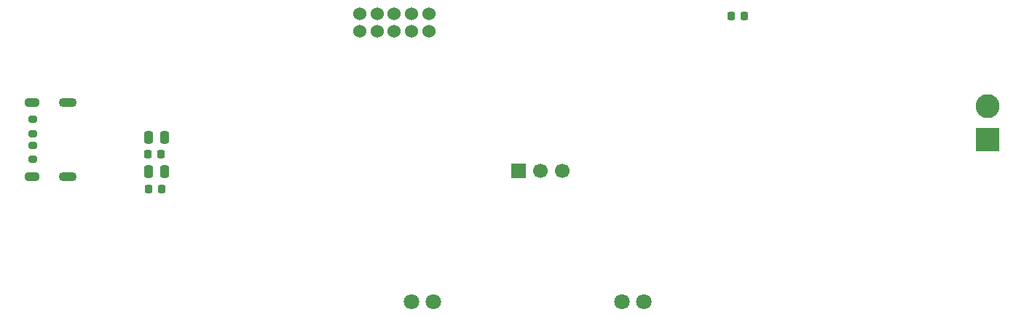
<source format=gbr>
%TF.GenerationSoftware,KiCad,Pcbnew,8.0.1*%
%TF.CreationDate,2024-07-21T18:11:56+02:00*%
%TF.ProjectId,LineFollower_V2,4c696e65-466f-46c6-9c6f-7765725f5632,rev?*%
%TF.SameCoordinates,Original*%
%TF.FileFunction,Soldermask,Bot*%
%TF.FilePolarity,Negative*%
%FSLAX46Y46*%
G04 Gerber Fmt 4.6, Leading zero omitted, Abs format (unit mm)*
G04 Created by KiCad (PCBNEW 8.0.1) date 2024-07-21 18:11:56*
%MOMM*%
%LPD*%
G01*
G04 APERTURE LIST*
G04 Aperture macros list*
%AMRoundRect*
0 Rectangle with rounded corners*
0 $1 Rounding radius*
0 $2 $3 $4 $5 $6 $7 $8 $9 X,Y pos of 4 corners*
0 Add a 4 corners polygon primitive as box body*
4,1,4,$2,$3,$4,$5,$6,$7,$8,$9,$2,$3,0*
0 Add four circle primitives for the rounded corners*
1,1,$1+$1,$2,$3*
1,1,$1+$1,$4,$5*
1,1,$1+$1,$6,$7*
1,1,$1+$1,$8,$9*
0 Add four rect primitives between the rounded corners*
20,1,$1+$1,$2,$3,$4,$5,0*
20,1,$1+$1,$4,$5,$6,$7,0*
20,1,$1+$1,$6,$7,$8,$9,0*
20,1,$1+$1,$8,$9,$2,$3,0*%
G04 Aperture macros list end*
%ADD10C,1.524000*%
%ADD11C,1.800000*%
%ADD12C,1.700000*%
%ADD13R,1.700000X1.700000*%
%ADD14O,1.800000X1.100000*%
%ADD15O,2.100000X1.100000*%
%ADD16C,2.800000*%
%ADD17R,2.800000X2.800000*%
%ADD18RoundRect,0.225000X0.225000X0.250000X-0.225000X0.250000X-0.225000X-0.250000X0.225000X-0.250000X0*%
%ADD19RoundRect,0.200000X0.275000X-0.200000X0.275000X0.200000X-0.275000X0.200000X-0.275000X-0.200000X0*%
%ADD20RoundRect,0.225000X-0.225000X-0.250000X0.225000X-0.250000X0.225000X0.250000X-0.225000X0.250000X0*%
%ADD21RoundRect,0.200000X-0.275000X0.200000X-0.275000X-0.200000X0.275000X-0.200000X0.275000X0.200000X0*%
%ADD22RoundRect,0.250000X0.250000X0.475000X-0.250000X0.475000X-0.250000X-0.475000X0.250000X-0.475000X0*%
G04 APERTURE END LIST*
D10*
%TO.C,U2*%
X130502500Y-69000000D03*
X130502500Y-70999000D03*
X128498000Y-69000000D03*
X128498000Y-70999000D03*
X126499000Y-69000000D03*
X126499000Y-70999000D03*
X124500000Y-69000000D03*
X124500000Y-70999000D03*
X122498500Y-69000000D03*
X122498500Y-70999000D03*
%TD*%
D11*
%TO.C,CN1*%
X128480000Y-102500000D03*
X131020000Y-102500000D03*
%TD*%
D12*
%TO.C,H1*%
X146040000Y-87250000D03*
X143500000Y-87250000D03*
D13*
X140960000Y-87250000D03*
%TD*%
D14*
%TO.C,USB1*%
X84409250Y-87972499D03*
D15*
X88589250Y-87972499D03*
D14*
X84409250Y-79332499D03*
D15*
X88589250Y-79332499D03*
%TD*%
D16*
%TO.C,U1*%
X195500000Y-79700000D03*
D17*
X195500000Y-83660000D03*
%TD*%
D11*
%TO.C,CN2*%
X152980000Y-102500000D03*
X155520000Y-102500000D03*
%TD*%
D18*
%TO.C,C4*%
X97946500Y-89383499D03*
X99496500Y-89383499D03*
%TD*%
D19*
%TO.C,R1*%
X84446500Y-84287499D03*
X84446500Y-85937499D03*
%TD*%
D20*
%TO.C,C7*%
X167200000Y-69200000D03*
X165650000Y-69200000D03*
%TD*%
D18*
%TO.C,C2*%
X97875000Y-85325000D03*
X99425000Y-85325000D03*
%TD*%
D21*
%TO.C,R2*%
X84446500Y-82937499D03*
X84446500Y-81287499D03*
%TD*%
D22*
%TO.C,C1*%
X97925000Y-83325000D03*
X99825000Y-83325000D03*
%TD*%
%TO.C,C3*%
X97925000Y-87325000D03*
X99825000Y-87325000D03*
%TD*%
M02*

</source>
